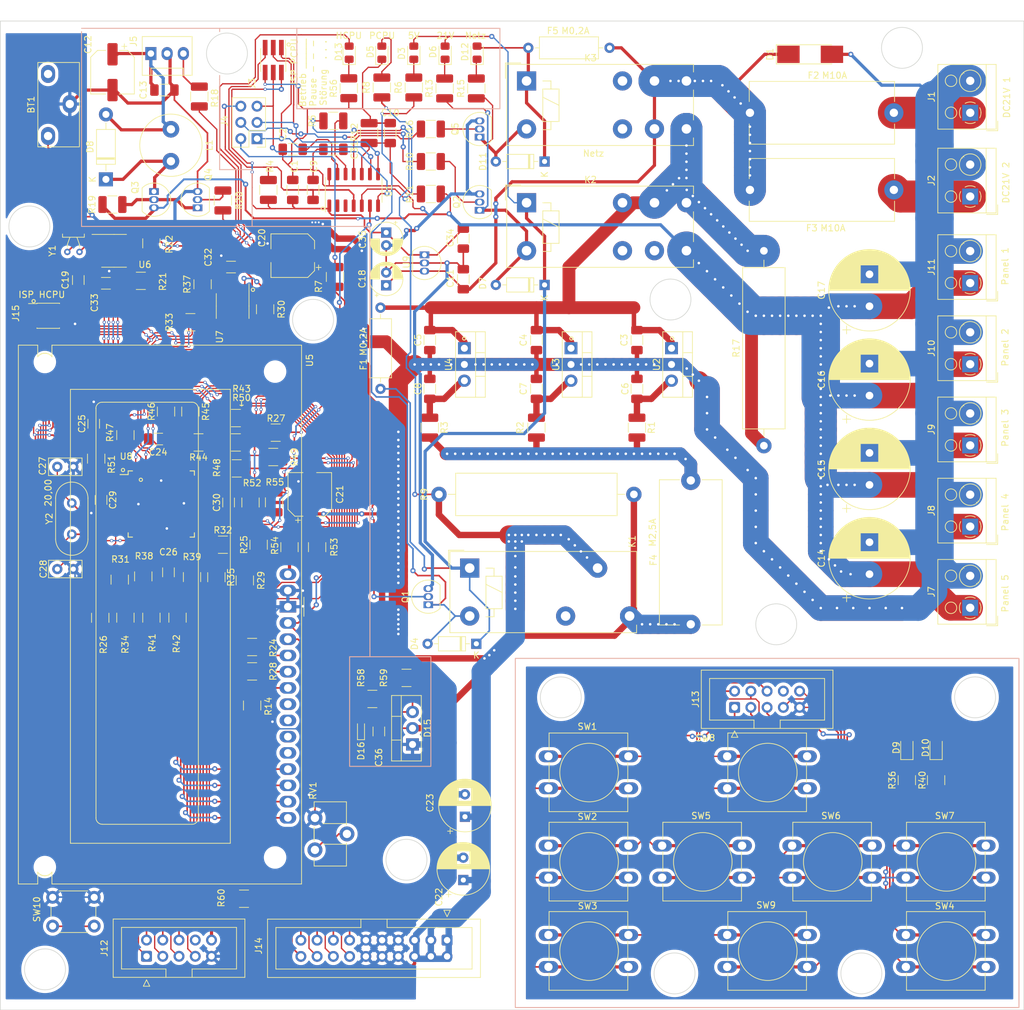
<source format=kicad_pcb>
(kicad_pcb (version 20211014) (generator pcbnew)

  (general
    (thickness 1.6)
  )

  (paper "A4")
  (layers
    (0 "F.Cu" signal)
    (31 "B.Cu" signal)
    (32 "B.Adhes" user "B.Adhesive")
    (33 "F.Adhes" user "F.Adhesive")
    (34 "B.Paste" user)
    (35 "F.Paste" user)
    (36 "B.SilkS" user "B.Silkscreen")
    (37 "F.SilkS" user "F.Silkscreen")
    (38 "B.Mask" user)
    (39 "F.Mask" user)
    (40 "Dwgs.User" user "User.Drawings")
    (41 "Cmts.User" user "User.Comments")
    (42 "Eco1.User" user "User.Eco1")
    (43 "Eco2.User" user "User.Eco2")
    (44 "Edge.Cuts" user)
    (45 "Margin" user)
    (46 "B.CrtYd" user "B.Courtyard")
    (47 "F.CrtYd" user "F.Courtyard")
    (48 "B.Fab" user)
    (49 "F.Fab" user)
    (50 "User.1" user)
    (51 "User.2" user)
    (52 "User.3" user)
    (53 "User.4" user)
    (54 "User.5" user)
    (55 "User.6" user)
    (56 "User.7" user)
    (57 "User.8" user)
    (58 "User.9" user)
  )

  (setup
    (pad_to_mask_clearance 0)
    (pcbplotparams
      (layerselection 0x00010fc_ffffffff)
      (disableapertmacros false)
      (usegerberextensions false)
      (usegerberattributes true)
      (usegerberadvancedattributes true)
      (creategerberjobfile true)
      (svguseinch false)
      (svgprecision 6)
      (excludeedgelayer true)
      (plotframeref false)
      (viasonmask false)
      (mode 1)
      (useauxorigin false)
      (hpglpennumber 1)
      (hpglpenspeed 20)
      (hpglpendiameter 15.000000)
      (dxfpolygonmode true)
      (dxfimperialunits true)
      (dxfusepcbnewfont true)
      (psnegative false)
      (psa4output false)
      (plotreference true)
      (plotvalue true)
      (plotinvisibletext false)
      (sketchpadsonfab false)
      (subtractmaskfromsilk true)
      (outputformat 1)
      (mirror false)
      (drillshape 0)
      (scaleselection 1)
      (outputdirectory "Panel/")
    )
  )

  (net 0 "")
  (net 1 "Net-(BT1-Pad2)")
  (net 2 "Net-(C2-Pad1)")
  (net 3 "Net-(C1-Pad2)")
  (net 4 "Net-(C6-Pad1)")
  (net 5 "Net-(C7-Pad1)")
  (net 6 "Net-(C8-Pad1)")
  (net 7 "Net-(C9-Pad2)")
  (net 8 "Net-(C10-Pad2)")
  (net 9 "Net-(C12-Pad1)")
  (net 10 "Net-(C14-Pad1)")
  (net 11 "Net-(BT1-Pad1)")
  (net 12 "Net-(C25-Pad1)")
  (net 13 "Net-(C27-Pad1)")
  (net 14 "Net-(C28-Pad2)")
  (net 15 "Net-(C3-Pad1)")
  (net 16 "Net-(D3-Pad1)")
  (net 17 "Net-(D3-Pad2)")
  (net 18 "Net-(D4-Pad2)")
  (net 19 "Net-(D5-Pad2)")
  (net 20 "Net-(D6-Pad1)")
  (net 21 "Net-(D7-Pad2)")
  (net 22 "Net-(D8-Pad1)")
  (net 23 "Net-(F2-Pad1)")
  (net 24 "Net-(F3-Pad1)")
  (net 25 "Net-(J3-Pad1)")
  (net 26 "Net-(J3-Pad3)")
  (net 27 "Net-(J3-Pad4)")
  (net 28 "Net-(J14-Pad13)")
  (net 29 "Net-(J14-Pad14)")
  (net 30 "Net-(J14-Pad15)")
  (net 31 "Net-(J14-Pad16)")
  (net 32 "Net-(J14-Pad17)")
  (net 33 "Net-(J14-Pad19)")
  (net 34 "Net-(J14-Pad20)")
  (net 35 "Net-(J15-Pad1)")
  (net 36 "Net-(J15-Pad3)")
  (net 37 "Net-(J15-Pad4)")
  (net 38 "unconnected-(K1-Pad12)")
  (net 39 "unconnected-(K2-Pad12)")
  (net 40 "Net-(Q1-Pad2)")
  (net 41 "Net-(Q2-Pad2)")
  (net 42 "Net-(Q3-Pad2)")
  (net 43 "Net-(Q4-Pad2)")
  (net 44 "Net-(C11-Pad1)")
  (net 45 "Net-(J4-Pad2)")
  (net 46 "Net-(R8-Pad2)")
  (net 47 "Net-(J4-Pad4)")
  (net 48 "Net-(R18-Pad1)")
  (net 49 "Net-(J5-Pad3)")
  (net 50 "Net-(R20-Pad1)")
  (net 51 "Net-(R21-Pad1)")
  (net 52 "Net-(R22-Pad1)")
  (net 53 "Net-(R24-Pad1)")
  (net 54 "Net-(R25-Pad1)")
  (net 55 "Net-(J4-Pad6)")
  (net 56 "Net-(R26-Pad2)")
  (net 57 "Net-(R27-Pad1)")
  (net 58 "Net-(R27-Pad2)")
  (net 59 "Net-(R28-Pad1)")
  (net 60 "Net-(R29-Pad1)")
  (net 61 "Net-(R30-Pad1)")
  (net 62 "Net-(R31-Pad1)")
  (net 63 "Net-(R32-Pad1)")
  (net 64 "Net-(R33-Pad1)")
  (net 65 "Net-(R34-Pad1)")
  (net 66 "Net-(R35-Pad1)")
  (net 67 "Net-(R37-Pad1)")
  (net 68 "Net-(R38-Pad1)")
  (net 69 "Net-(R39-Pad1)")
  (net 70 "Net-(R41-Pad1)")
  (net 71 "Net-(R42-Pad1)")
  (net 72 "Net-(R43-Pad1)")
  (net 73 "Net-(R44-Pad1)")
  (net 74 "Net-(R45-Pad1)")
  (net 75 "Net-(R46-Pad1)")
  (net 76 "Net-(R47-Pad1)")
  (net 77 "Net-(R48-Pad1)")
  (net 78 "Net-(R49-Pad1)")
  (net 79 "Net-(R50-Pad1)")
  (net 80 "unconnected-(U1-Pad2)")
  (net 81 "unconnected-(U1-Pad3)")
  (net 82 "Net-(U6-Pad1)")
  (net 83 "Net-(U6-Pad2)")
  (net 84 "unconnected-(U6-Pad7)")
  (net 85 "Net-(C20-Pad1)")
  (net 86 "Net-(C31-Pad2)")
  (net 87 "Net-(D11-Pad1)")
  (net 88 "Net-(D11-Pad2)")
  (net 89 "Net-(R53-Pad1)")
  (net 90 "Net-(J12-Pad1)")
  (net 91 "Net-(J12-Pad2)")
  (net 92 "Net-(J12-Pad3)")
  (net 93 "Net-(J12-Pad4)")
  (net 94 "Net-(J12-Pad5)")
  (net 95 "Net-(J12-Pad6)")
  (net 96 "Net-(D12-Pad1)")
  (net 97 "Net-(C36-Pad1)")
  (net 98 "Net-(F4-Pad2)")
  (net 99 "unconnected-(K3-Pad12)")
  (net 100 "Net-(Q5-Pad2)")
  (net 101 "Net-(R52-Pad2)")
  (net 102 "Net-(R16-Pad2)")
  (net 103 "Net-(D9-Pad1)")
  (net 104 "Net-(D15-Pad2)")
  (net 105 "Net-(D16-Pad2)")
  (net 106 "Net-(R14-Pad2)")
  (net 107 "Net-(R24-Pad2)")
  (net 108 "Net-(R28-Pad2)")
  (net 109 "Net-(R31-Pad2)")
  (net 110 "Net-(R34-Pad2)")
  (net 111 "Net-(R38-Pad2)")
  (net 112 "Net-(R41-Pad2)")
  (net 113 "Net-(R54-Pad1)")
  (net 114 "Net-(RV1-Pad2)")
  (net 115 "unconnected-(U5-Pad7)")
  (net 116 "unconnected-(U5-Pad8)")
  (net 117 "unconnected-(U5-Pad9)")
  (net 118 "unconnected-(U5-Pad10)")
  (net 119 "Net-(J14-Pad18)")
  (net 120 "unconnected-(J12-Pad8)")
  (net 121 "Net-(D9-Pad2)")
  (net 122 "Net-(D10-Pad2)")
  (net 123 "unconnected-(J13-Pad8)")
  (net 124 "Net-(D13-Pad1)")
  (net 125 "Net-(J13-Pad6)")
  (net 126 "Net-(J13-Pad5)")
  (net 127 "Net-(J13-Pad4)")
  (net 128 "Net-(J13-Pad3)")
  (net 129 "Net-(J13-Pad2)")
  (net 130 "Net-(J13-Pad1)")
  (net 131 "Net-(D10-Pad1)")
  (net 132 "Net-(J12-Pad10)")
  (net 133 "Net-(D13-Pad2)")
  (net 134 "Net-(R55-Pad1)")
  (net 135 "Net-(J13-Pad9)")

  (footprint "Crystal:Crystal_HC49-4H_Vertical" (layer "F.Cu") (at 25.527 94.887 90))

  (footprint "Resistor_SMD:R_1210_3225Metric_Pad1.30x2.65mm_HandSolder" (layer "F.Cu") (at 44.069 61.722 180))

  (footprint "Diode_THT:D_DO-35_SOD27_P7.62mm_Horizontal" (layer "F.Cu") (at 99.441 55.88 180))

  (footprint "Button_Switch_THT:OMR B3F-4000" (layer "F.Cu") (at 100.049 157.56))

  (footprint "Fuse:Fuseholder_Cylinder-5x20mm_Schurter_0031_8201_Horizontal_Open" (layer "F.Cu") (at 154.051 41.021 180))

  (footprint "Capacitor_SMD:C_1206_3216Metric_Pad1.33x1.80mm_HandSolder" (layer "F.Cu") (at 86.741 48.641 -90))

  (footprint "Resistor_SMD:R_1210_3225Metric_Pad1.30x2.65mm_HandSolder" (layer "F.Cu") (at 45.974 55.779 90))

  (footprint "Capacitor_THT:C_Disc_D5.0mm_W2.5mm_P2.50mm" (layer "F.Cu") (at 25.761 100.33 180))

  (footprint "TerminalBlock_RND:TerminalBlock_RND_205-00001_1x02_P5.00mm_Horizontal" (layer "F.Cu") (at 165.981 80.986 90))

  (footprint "Resistor_THT:R_Axial_Power_L25.0mm_W6.4mm_P30.48mm" (layer "F.Cu") (at 133.731 81.031 90))

  (footprint "Capacitor_SMD:C_1206_3216Metric_Pad1.33x1.80mm_HandSolder" (layer "F.Cu") (at 98.171 72.136 90))

  (footprint "LED_SMD:LED_0805_2012Metric_Pad1.15x1.40mm_HandSolder" (layer "F.Cu") (at 88.891 19.556 90))

  (footprint "Resistor_THT:R_Axial_Power_L25.0mm_W6.4mm_P30.48mm" (layer "F.Cu") (at 82.926 88.646))

  (footprint "Resistor_SMD:R_1210_3225Metric_Pad1.30x2.65mm_HandSolder" (layer "F.Cu") (at 53.721 112.522))

  (footprint "Resistor_SMD:R_1210_3225Metric_Pad1.30x2.65mm_HandSolder" (layer "F.Cu") (at 54.737 96.52 -90))

  (footprint "Resistor_SMD:R_1210_3225Metric_Pad1.30x2.65mm_HandSolder" (layer "F.Cu") (at 81.661 36.576 180))

  (footprint "Diode_THT:D_DO-35_SOD27_P7.62mm_Horizontal" (layer "F.Cu") (at 88.773 112.014 180))

  (footprint "Resistor_SMD:R_1210_3225Metric_Pad1.30x2.65mm_HandSolder" (layer "F.Cu") (at 29.337 83.058 90))

  (footprint "Button_Switch_THT:OMR B3F-4000" (layer "F.Cu") (at 127.989 129.62))

  (footprint "TerminalBlock_RND:TerminalBlock_RND_205-00001_1x02_P5.00mm_Horizontal" (layer "F.Cu") (at 165.981 93.686 90))

  (footprint "Resistor_SMD:R_1210_3225Metric_Pad1.30x2.65mm_HandSolder" (layer "F.Cu") (at 83.82 25.146 -90))

  (footprint "Package_TO_SOT_THT:TO-92_Inline" (layer "F.Cu") (at 89.281 44.196 90))

  (footprint "Button_Switch_THT:OMR B3F-4000" (layer "F.Cu") (at 138.149 143.59))

  (footprint "Resistor_SMD:R_1210_3225Metric_Pad1.30x2.65mm_HandSolder" (layer "F.Cu") (at 79 25 -90))

  (footprint "LED_SMD:LED_0805_2012Metric_Pad1.15x1.40mm_HandSolder" (layer "F.Cu") (at 156.083 128.27 90))

  (footprint "Capacitor_SMD:C_1206_3216Metric_Pad1.33x1.80mm_HandSolder" (layer "F.Cu") (at 26.543 55.118 90))

  (footprint "Package_QFP:TQFP-44_10x10mm_P0.8mm" (layer "F.Cu") (at 39.516 90.151))

  (footprint "Capacitor_SMD:C_1206_3216Metric_Pad1.33x1.80mm_HandSolder" (layer "F.Cu") (at 50.038 89.916 90))

  (footprint "Capacitor_SMD:C_1206_3216Metric_Pad1.33x1.80mm_HandSolder" (layer "F.Cu") (at 39.0275 79.991 180))

  (footprint "LED_SMD:LED_0805_2012Metric_Pad1.15x1.40mm_HandSolder" (layer "F.Cu") (at 79 19.556 90))

  (footprint "Capacitor_THT:CP_Radial_D12.5mm_P5.00mm" (layer "F.Cu") (at 150.241 101.129959 90))

  (footprint "Resistor_SMD:R_1210_3225Metric_Pad1.30x2.65mm_HandSolder" (layer "F.Cu") (at 63.881 96.901 90))

  (footprint "LED_SMD:LED_0805_2012Metric_Pad1.15x1.40mm_HandSolder" (layer "F.Cu") (at 83.891 19.556 90))

  (footprint "Resistor_SMD:R_1210_3225Metric_Pad1.30x2.65mm_HandSolder" (layer "F.Cu") (at 29.972 107.95 90))

  (footprint "Capacitor_SMD:C_1206_3216Metric_Pad1.33x1.80mm_HandSolder" (layer "F.Cu") (at 113.8835 64.516 -90))

  (footprint "Connector_PinHeader_2.54mm:PinHeader_2x03_P2.54mm_Vertical" (layer "F.Cu") (at 54.488 33.005 180))

  (footprint "Resistor_SMD:R_1210_3225Metric_Pad1.30x2.65mm_HandSolder" (layer "F.Cu") (at 88.773 25.146 -90))

  (footprint "Resistor_SMD:R_1210_3225Metric_Pad1.30x2.65mm_HandSolder" (layer "F.Cu") (at 49.149 42.672 90))

  (footprint "Resistor_SMD:R_1210_3225Metric_Pad1.30x2.65mm_HandSolder" (layer "F.Cu") (at 66.675 54.636 90))

  (footprint "TerminalBlock_RND:TerminalBlock_RND_205-00001_1x02_P5.00mm_Horizontal" (layer "F.Cu") (at 165.981 106.386 90))

  (footprint "Capacitor_SMD:C_1206_3216Metric_Pad1.33x1.80mm_HandSolder" (layer "F.Cu") (at 86.741 54.991 90))

  (footprint "Resistor_THT:R_Axial_DIN0309_L9.0mm_D3.2mm_P12.70mm_Horizontal" (layer "F.Cu") (at 73.787 72.136 90))

  (footprint "Connector:FanPinHeader_1x03_P2.54mm_Vertical" (layer "F.Cu")
    (tedit 5A19DCDF) (tstamp 4ced240c-5764-4c6b-b303-eb829bb5b489)
    (at 37.891 19.691)
    (descr "3-pin CPU fan Through hole pin header, see http://www.formfactors.org/developer%5Cspecs%5Crev1_2_public.pdf")
    (tags "pin header 3-pin CPU fan")
    (property "Sheetfile" "Lauflicht_Steuerplatine.kicad_sch")
    (property "Sheetname" "")
    (path "/d498e373-4db4-4219-ac1b-e64e45f5
... [1514285 chars truncated]
</source>
